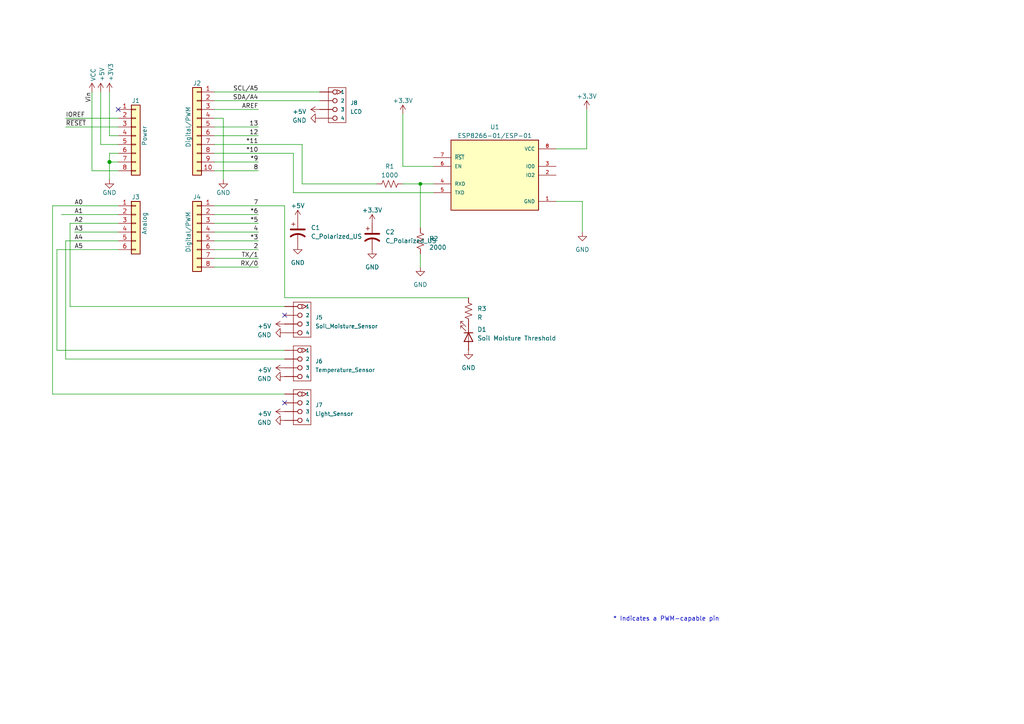
<source format=kicad_sch>
(kicad_sch (version 20230121) (generator eeschema)
  (paper "A4")
  (title_block (date "mar. 31 mars 2015"))
  (lib_symbols
    (symbol "+5V_1" (power) (pin_names (offset 0))
      (property "Value" "+5V_1" (at 0 3.556 0))
      (symbol "+5V_1_0_1"
        (polyline (pts (xy -0.762 1.27) (xy 0 2.54)))
        (polyline (pts (xy 0 0) (xy 0 2.54)))
        (polyline (pts (xy 0 2.54) (xy 0.762 1.27)))
      )
      (symbol "+5V_1_1_1"
        (pin power_in line (at 0 0 90) (length 0) hide (name "+5V") (number "1"))
      )
    )
    (symbol "Connector_Generic:Conn_01x06" (pin_names (offset 1.016) hide)
      (property "Reference" "J" (at 0 7.62 0))
      (property "Value" "Conn_01x06" (at 0 -10.16 0))
      (symbol "Conn_01x06_1_1"
        (rectangle (start -1.27 -7.493) (end 0 -7.747) (stroke (width 0.1524)))
        (rectangle (start -1.27 -4.953) (end 0 -5.207) (stroke (width 0.1524)))
        (rectangle (start -1.27 -2.413) (end 0 -2.667) (stroke (width 0.1524)))
        (rectangle (start -1.27 0.127) (end 0 -0.127) (stroke (width 0.1524)))
        (rectangle (start -1.27 2.667) (end 0 2.413) (stroke (width 0.1524)))
        (rectangle (start -1.27 5.207) (end 0 4.953) (stroke (width 0.1524)))
        (rectangle (start -1.27 6.35) (end 1.27 -8.89) (stroke (width 0.254)) (fill (type background)))
        (pin passive line (at -5.08 5.08 0) (length 3.81) (name "Pin_1") (number "1"))
        (pin passive line (at -5.08 2.54 0) (length 3.81) (name "Pin_2") (number "2"))
        (pin passive line (at -5.08 0 0) (length 3.81) (name "Pin_3") (number "3"))
        (pin passive line (at -5.08 -2.54 0) (length 3.81) (name "Pin_4") (number "4"))
        (pin passive line (at -5.08 -5.08 0) (length 3.81) (name "Pin_5") (number "5"))
        (pin passive line (at -5.08 -7.62 0) (length 3.81) (name "Pin_6") (number "6"))
      )
    )
    (symbol "Connector_Generic:Conn_01x08" (pin_names (offset 1.016) hide)
      (property "Reference" "J" (at 0 10.16 0))
      (property "Value" "Conn_01x08" (at 0 -12.7 0))
      (symbol "Conn_01x08_1_1"
        (rectangle (start -1.27 -10.033) (end 0 -10.287) (stroke (width 0.1524)))
        (rectangle (start -1.27 -7.493) (end 0 -7.747) (stroke (width 0.1524)))
        (rectangle (start -1.27 -4.953) (end 0 -5.207) (stroke (width 0.1524)))
        (rectangle (start -1.27 -2.413) (end 0 -2.667) (stroke (width 0.1524)))
        (rectangle (start -1.27 0.127) (end 0 -0.127) (stroke (width 0.1524)))
        (rectangle (start -1.27 2.667) (end 0 2.413) (stroke (width 0.1524)))
        (rectangle (start -1.27 5.207) (end 0 4.953) (stroke (width 0.1524)))
        (rectangle (start -1.27 7.747) (end 0 7.493) (stroke (width 0.1524)))
        (rectangle (start -1.27 8.89) (end 1.27 -11.43) (stroke (width 0.254)) (fill (type background)))
        (pin passive line (at -5.08 7.62 0) (length 3.81) (name "Pin_1") (number "1"))
        (pin passive line (at -5.08 5.08 0) (length 3.81) (name "Pin_2") (number "2"))
        (pin passive line (at -5.08 2.54 0) (length 3.81) (name "Pin_3") (number "3"))
        (pin passive line (at -5.08 0 0) (length 3.81) (name "Pin_4") (number "4"))
        (pin passive line (at -5.08 -2.54 0) (length 3.81) (name "Pin_5") (number "5"))
        (pin passive line (at -5.08 -5.08 0) (length 3.81) (name "Pin_6") (number "6"))
        (pin passive line (at -5.08 -7.62 0) (length 3.81) (name "Pin_7") (number "7"))
        (pin passive line (at -5.08 -10.16 0) (length 3.81) (name "Pin_8") (number "8"))
      )
    )
    (symbol "Connector_Generic:Conn_01x10" (pin_names (offset 1.016) hide)
      (property "Reference" "J" (at 0 12.7 0))
      (property "Value" "Conn_01x10" (at 0 -15.24 0))
      (symbol "Conn_01x10_1_1"
        (rectangle (start -1.27 -12.573) (end 0 -12.827) (stroke (width 0.1524)))
        (rectangle (start -1.27 -10.033) (end 0 -10.287) (stroke (width 0.1524)))
        (rectangle (start -1.27 -7.493) (end 0 -7.747) (stroke (width 0.1524)))
        (rectangle (start -1.27 -4.953) (end 0 -5.207) (stroke (width 0.1524)))
        (rectangle (start -1.27 -2.413) (end 0 -2.667) (stroke (width 0.1524)))
        (rectangle (start -1.27 0.127) (end 0 -0.127) (stroke (width 0.1524)))
        (rectangle (start -1.27 2.667) (end 0 2.413) (stroke (width 0.1524)))
        (rectangle (start -1.27 5.207) (end 0 4.953) (stroke (width 0.1524)))
        (rectangle (start -1.27 7.747) (end 0 7.493) (stroke (width 0.1524)))
        (rectangle (start -1.27 10.287) (end 0 10.033) (stroke (width 0.1524)))
        (rectangle (start -1.27 11.43) (end 1.27 -13.97) (stroke (width 0.254)) (fill (type background)))
        (pin passive line (at -5.08 10.16 0) (length 3.81) (name "Pin_1") (number "1"))
        (pin passive line (at -5.08 -12.7 0) (length 3.81) (name "Pin_10") (number "10"))
        (pin passive line (at -5.08 7.62 0) (length 3.81) (name "Pin_2") (number "2"))
        (pin passive line (at -5.08 5.08 0) (length 3.81) (name "Pin_3") (number "3"))
        (pin passive line (at -5.08 2.54 0) (length 3.81) (name "Pin_4") (number "4"))
        (pin passive line (at -5.08 0 0) (length 3.81) (name "Pin_5") (number "5"))
        (pin passive line (at -5.08 -2.54 0) (length 3.81) (name "Pin_6") (number "6"))
        (pin passive line (at -5.08 -5.08 0) (length 3.81) (name "Pin_7") (number "7"))
        (pin passive line (at -5.08 -7.62 0) (length 3.81) (name "Pin_8") (number "8"))
        (pin passive line (at -5.08 -10.16 0) (length 3.81) (name "Pin_9") (number "9"))
      )
    )
    (symbol "Device:C_Polarized_US" (pin_numbers hide) (pin_names (offset 0.254) hide)
      (property "Reference" "C" (at 0.635 2.54 0))
      (property "Value" "C_Polarized_US" (at 0.635 -2.54 0))
      (symbol "C_Polarized_US_0_1"
        (polyline (pts (xy -2.032 0.762) (xy 2.032 0.762)) (stroke (width 0.508)))
        (polyline (pts (xy -1.778 2.286) (xy -0.762 2.286)))
        (polyline (pts (xy -1.27 1.778) (xy -1.27 2.794)))
        (arc (start 2.032 -1.27) (mid 0 -0.5572) (end -2.032 -1.27) (stroke (width 0.508)))
      )
      (symbol "C_Polarized_US_1_1"
        (pin passive line (at 0 3.81 270) (length 2.794) (name "~") (number "1"))
        (pin passive line (at 0 -3.81 90) (length 3.302) (name "~") (number "2"))
      )
    )
    (symbol "Device:LED" (pin_numbers hide) (pin_names (offset 1.016) hide)
      (property "Reference" "D" (at 0 2.54 0))
      (property "Value" "LED" (at 0 -2.54 0))
      (symbol "LED_0_1"
        (polyline (pts (xy -1.27 -1.27) (xy -1.27 1.27)) (stroke (width 0.254)))
        (polyline (pts (xy -1.27 0) (xy 1.27 0)))
        (polyline (pts (xy 1.27 -1.27) (xy 1.27 1.27) (xy -1.27 0) (xy 1.27 -1.27)) (stroke (width 0.254)))
        (polyline (pts (xy -3.048 -0.762) (xy -4.572 -2.286) (xy -3.81 -2.286) (xy -4.572 -2.286) (xy -4.572 -1.524)))
        (polyline (pts (xy -1.778 -0.762) (xy -3.302 -2.286) (xy -2.54 -2.286) (xy -3.302 -2.286) (xy -3.302 -1.524)))
      )
      (symbol "LED_1_1"
        (pin passive line (at -3.81 0 0) (length 2.54) (name "K") (number "1"))
        (pin passive line (at 3.81 0 180) (length 2.54) (name "A") (number "2"))
      )
    )
    (symbol "Device:R_US" (pin_numbers hide) (pin_names (offset 0))
      (property "Reference" "R" (at 2.54 0 90))
      (property "Value" "R_US" (at -2.54 0 90))
      (symbol "R_US_0_1"
        (polyline (pts (xy 0 -2.286) (xy 0 -2.54)))
        (polyline (pts (xy 0 2.286) (xy 0 2.54)))
        (polyline (pts (xy 0 -0.762) (xy 1.016 -1.143) (xy 0 -1.524) (xy -1.016 -1.905) (xy 0 -2.286)))
        (polyline (pts (xy 0 0.762) (xy 1.016 0.381) (xy 0 0) (xy -1.016 -0.381) (xy 0 -0.762)))
        (polyline (pts (xy 0 2.286) (xy 1.016 1.905) (xy 0 1.524) (xy -1.016 1.143) (xy 0 0.762)))
      )
      (symbol "R_US_1_1"
        (pin passive line (at 0 3.81 270) (length 1.27) (name "~") (number "1"))
        (pin passive line (at 0 -3.81 90) (length 1.27) (name "~") (number "2"))
      )
    )
    (symbol "ESP8266-01_ESP-01:ESP8266-01{slash}ESP-01" (pin_names (offset 1.016))
      (property "Reference" "U" (at -12.7094 10.6778 0))
      (property "Value" "ESP8266-01{slash}ESP-01" (at -12.7131 -12.7131 0))
      (symbol "ESP8266-01{slash}ESP-01_0_0"
        (rectangle (start -12.7 -10.16) (end 12.7 10.16) (stroke (width 0.254)) (fill (type background)))
        (pin power_in line (at 17.78 -7.62 180) (length 5.08) (name "GND") (number "1"))
        (pin bidirectional line (at 17.78 0 180) (length 5.08) (name "IO2") (number "2"))
        (pin bidirectional line (at 17.78 2.54 180) (length 5.08) (name "IO0") (number "3"))
        (pin input line (at -17.78 -2.54 0) (length 5.08) (name "RXD") (number "4"))
        (pin output line (at -17.78 -5.08 0) (length 5.08) (name "TXD") (number "5"))
        (pin input line (at -17.78 2.54 0) (length 5.08) (name "EN") (number "6"))
        (pin input line (at -17.78 5.08 0) (length 5.08) (name "~{RST}") (number "7"))
        (pin power_in line (at 17.78 7.62 180) (length 5.08) (name "VCC") (number "8"))
      )
    )
    (symbol "GND_1" (power) (pin_names (offset 0))
      (property "Value" "GND_1" (at 0 -3.81 0))
      (symbol "GND_1_0_1"
        (polyline (pts (xy 0 0) (xy 0 -1.27) (xy 1.27 -1.27) (xy 0 -2.54) (xy -1.27 -1.27) (xy 0 -1.27)))
      )
      (symbol "GND_1_1_1"
        (pin power_in line (at 0 0 270) (length 0) hide (name "GND") (number "1"))
      )
    )
    (symbol "GND_2" (power) (pin_names (offset 0))
      (property "Value" "GND_2" (at 0 -3.81 0))
      (symbol "GND_2_0_1"
        (polyline (pts (xy 0 0) (xy 0 -1.27) (xy 1.27 -1.27) (xy 0 -2.54) (xy -1.27 -1.27) (xy 0 -1.27)))
      )
      (symbol "GND_2_1_1"
        (pin power_in line (at 0 0 270) (length 0) hide (name "GND") (number "1"))
      )
    )
    (symbol "GND_3" (power) (pin_names (offset 0))
      (property "Value" "GND_3" (at 0 -3.81 0))
      (symbol "GND_3_0_1"
        (polyline (pts (xy 0 0) (xy 0 -1.27) (xy 1.27 -1.27) (xy 0 -2.54) (xy -1.27 -1.27) (xy 0 -1.27)))
      )
      (symbol "GND_3_1_1"
        (pin power_in line (at 0 0 270) (length 0) hide (name "GND") (number "1"))
      )
    )
    (symbol "OPL_Connector:GROVE-CONNECTOR-DIP_4P-2.0_" (pin_numbers hide) (pin_names (offset 1.016))
      (property "Reference" "J" (at -6.35 6.35 0))
      (property "Value" "GROVE-CONNECTOR-DIP_4P-2.0_" (at 0 6.35 0))
      (symbol "GROVE-CONNECTOR-DIP_4P-2.0__1_0"
        (polyline (pts (xy -1.27 -5.08) (xy -1.27 5.08)))
        (polyline (pts (xy -1.27 5.08) (xy 3.81 5.08)))
        (polyline (pts (xy 3.81 -5.08) (xy -1.27 -5.08)))
        (polyline (pts (xy 3.81 5.08) (xy 3.81 -5.08)))
      )
      (symbol "GROVE-CONNECTOR-DIP_4P-2.0__1_1"
        (pin bidirectional inverted_clock (at -3.81 3.81 0) (length 5.08) (name "1") (number "1"))
        (pin bidirectional inverted (at -3.81 1.27 0) (length 5.08) (name "2") (number "2"))
        (pin bidirectional inverted (at -3.81 -1.27 0) (length 5.08) (name "3") (number "3"))
        (pin bidirectional inverted (at -3.81 -3.81 0) (length 5.08) (name "4") (number "4"))
      )
    )
    (symbol "power:+3.3V" (power) (pin_names (offset 0))
      (property "Value" "+3.3V" (at 0 3.556 0))
      (symbol "+3.3V_0_1"
        (polyline (pts (xy -0.762 1.27) (xy 0 2.54)))
        (polyline (pts (xy 0 0) (xy 0 2.54)))
        (polyline (pts (xy 0 2.54) (xy 0.762 1.27)))
      )
      (symbol "+3.3V_1_1"
        (pin power_in line (at 0 0 90) (length 0) hide (name "+3.3V") (number "1"))
      )
    )
    (symbol "power:+3V3" (power) (pin_names (offset 0))
      (property "Value" "+3V3" (at 0 3.556 0))
      (symbol "+3V3_0_1"
        (polyline (pts (xy -0.762 1.27) (xy 0 2.54)))
        (polyline (pts (xy 0 0) (xy 0 2.54)))
        (polyline (pts (xy 0 2.54) (xy 0.762 1.27)))
      )
      (symbol "+3V3_1_1"
        (pin power_in line (at 0 0 90) (length 0) hide (name "+3V3") (number "1"))
      )
    )
    (symbol "power:+5V" (power) (pin_names (offset 0))
      (property "Value" "+5V" (at 0 3.556 0))
      (symbol "+5V_0_1"
        (polyline (pts (xy -0.762 1.27) (xy 0 2.54)))
        (polyline (pts (xy 0 0) (xy 0 2.54)))
        (polyline (pts (xy 0 2.54) (xy 0.762 1.27)))
      )
      (symbol "+5V_1_1"
        (pin power_in line (at 0 0 90) (length 0) hide (name "+5V") (number "1"))
      )
    )
    (symbol "power:GND" (power) (pin_names (offset 0))
      (property "Value" "GND" (at 0 -3.81 0))
      (symbol "GND_0_1"
        (polyline (pts (xy 0 0) (xy 0 -1.27) (xy 1.27 -1.27) (xy 0 -2.54) (xy -1.27 -1.27) (xy 0 -1.27)))
      )
      (symbol "GND_1_1"
        (pin power_in line (at 0 0 270) (length 0) hide (name "GND") (number "1"))
      )
    )
    (symbol "power:VCC" (power) (pin_names (offset 0))
      (property "Value" "VCC" (at 0 3.81 0))
      (symbol "VCC_0_1"
        (polyline (pts (xy -0.762 1.27) (xy 0 2.54)))
        (polyline (pts (xy 0 0) (xy 0 2.54)))
        (polyline (pts (xy 0 2.54) (xy 0.762 1.27)))
      )
      (symbol "VCC_1_1"
        (pin power_in line (at 0 0 90) (length 0) hide (name "VCC") (number "1"))
      )
    )
  )
  (junction (at 31.75 46.99) (diameter 1.016))
  (junction (at 121.92 53.34))
  (no_connect (at 82.55 91.44))
  (no_connect (at 82.55 116.84))
  (no_connect (at 34.29 31.75))
  (wire (pts (xy 62.23 77.47) (xy 74.93 77.47)))
  (wire (pts (xy 82.55 88.9) (xy 20.32 88.9)))
  (wire (pts (xy 62.23 44.45) (xy 85.09 44.45)))
  (wire (pts (xy 62.23 26.67) (xy 92.71 26.67)))
  (wire (pts (xy 15.24 114.3) (xy 15.24 59.69)))
  (wire (pts (xy 31.75 44.45) (xy 31.75 46.99)))
  (wire (pts (xy 16.51 101.6) (xy 16.51 72.39)))
  (wire (pts (xy 85.09 55.88) (xy 85.09 44.45)))
  (wire (pts (xy 125.73 48.26) (xy 116.84 48.26)))
  (wire (pts (xy 31.75 46.99) (xy 31.75 52.07)))
  (wire (pts (xy 121.92 53.34) (xy 125.73 53.34)))
  (wire (pts (xy 121.92 53.34) (xy 121.92 66.04)))
  (wire (pts (xy 170.18 43.18) (xy 170.18 31.75)))
  (wire (pts (xy 31.75 39.37) (xy 34.29 39.37)))
  (wire (pts (xy 29.21 41.91) (xy 34.29 41.91)))
  (wire (pts (xy 15.24 59.69) (xy 34.29 59.69)))
  (wire (pts (xy 29.21 26.67) (xy 29.21 41.91)))
  (wire (pts (xy 82.55 59.69) (xy 82.55 86.36)))
  (wire (pts (xy 62.23 36.83) (xy 74.93 36.83)))
  (wire (pts (xy 31.75 26.67) (xy 31.75 39.37)))
  (wire (pts (xy 62.23 59.69) (xy 82.55 59.69)))
  (wire (pts (xy 62.23 39.37) (xy 74.93 39.37)))
  (wire (pts (xy 62.23 62.23) (xy 74.93 62.23)))
  (wire (pts (xy 16.51 72.39) (xy 34.29 72.39)))
  (wire (pts (xy 62.23 46.99) (xy 74.93 46.99)))
  (wire (pts (xy 19.05 104.14) (xy 19.05 69.85)))
  (wire (pts (xy 62.23 67.31) (xy 74.93 67.31)))
  (wire (pts (xy 17.78 62.23) (xy 34.29 62.23)))
  (wire (pts (xy 19.05 34.29) (xy 34.29 34.29)))
  (wire (pts (xy 82.55 104.14) (xy 19.05 104.14)))
  (wire (pts (xy 121.92 73.66) (xy 121.92 77.47)))
  (wire (pts (xy 20.32 88.9) (xy 20.32 64.77)))
  (wire (pts (xy 64.77 34.29) (xy 64.77 52.07)))
  (wire (pts (xy 62.23 31.75) (xy 74.93 31.75)))
  (wire (pts (xy 20.32 64.77) (xy 34.29 64.77)))
  (wire (pts (xy 19.05 36.83) (xy 34.29 36.83)))
  (wire (pts (xy 82.55 101.6) (xy 16.51 101.6)))
  (wire (pts (xy 34.29 46.99) (xy 31.75 46.99)))
  (wire (pts (xy 168.91 58.42) (xy 168.91 67.31)))
  (wire (pts (xy 34.29 49.53) (xy 26.67 49.53)))
  (wire (pts (xy 109.22 53.34) (xy 87.63 53.34)))
  (wire (pts (xy 116.84 48.26) (xy 116.84 33.02)))
  (wire (pts (xy 62.23 34.29) (xy 64.77 34.29)))
  (wire (pts (xy 87.63 53.34) (xy 87.63 41.91)))
  (wire (pts (xy 34.29 44.45) (xy 31.75 44.45)))
  (wire (pts (xy 62.23 41.91) (xy 87.63 41.91)))
  (wire (pts (xy 62.23 64.77) (xy 74.93 64.77)))
  (wire (pts (xy 21.59 67.31) (xy 34.29 67.31)))
  (wire (pts (xy 116.84 53.34) (xy 121.92 53.34)))
  (wire (pts (xy 82.55 86.36) (xy 135.89 86.36)))
  (wire (pts (xy 161.29 58.42) (xy 168.91 58.42)))
  (wire (pts (xy 62.23 29.21) (xy 92.71 29.21)))
  (wire (pts (xy 125.73 55.88) (xy 85.09 55.88)))
  (wire (pts (xy 62.23 72.39) (xy 74.93 72.39)))
  (wire (pts (xy 62.23 69.85) (xy 74.93 69.85)))
  (wire (pts (xy 62.23 74.93) (xy 74.93 74.93)))
  (wire (pts (xy 26.67 49.53) (xy 26.67 26.67)))
  (wire (pts (xy 161.29 43.18) (xy 170.18 43.18)))
  (wire (pts (xy 19.05 69.85) (xy 34.29 69.85)))
  (wire (pts (xy 62.23 49.53) (xy 74.93 49.53)))
  (wire (pts (xy 82.55 114.3) (xy 15.24 114.3)))
  (text "* Indicates a PWM-capable pin" (at 177.8 180.34 0) (effects (font (size 1.27 1.27)) (justify left bottom)))
  (label "RX{slash}0" (at 74.93 77.47 180))
  (label "A2" (at 21.59 64.77 0))
  (label "4" (at 74.93 67.31 180))
  (label "2" (at 74.93 72.39 180))
  (label "A3" (at 21.59 67.31 0))
  (label "13" (at 74.93 36.83 180))
  (label "12" (at 74.93 39.37 180))
  (label "~{RESET}" (at 19.05 36.83 0))
  (label "*10" (at 74.93 44.45 180))
  (label "7" (at 74.93 59.69 180))
  (label "SDA{slash}A4" (at 74.93 29.21 180))
  (label "8" (at 74.93 49.53 180))
  (label "*11" (at 74.93 41.91 180))
  (label "*3" (at 74.93 69.85 180))
  (label "A1" (at 21.59 62.23 0))
  (label "TX{slash}1" (at 74.93 74.93 180))
  (label "A0" (at 21.59 59.69 0))
  (label "AREF" (at 74.93 31.75 180))
  (label "Vin" (at 26.67 26.67 270))
  (label "*6" (at 74.93 62.23 180))
  (label "SCL{slash}A5" (at 74.93 26.67 180))
  (label "*9" (at 74.93 46.99 180))
  (label "*5" (at 74.93 64.77 180))
  (label "IOREF" (at 19.05 34.29 0))
  (label "A4" (at 21.59 69.85 0))
  (label "A5" (at 21.59 72.39 0))
  (symbol (lib_id "Connector_Generic:Conn_01x08") (at 39.37 39.37 0) (unit 1)
    (property "Reference" "J1" (at 39.37 29.21 0))
    (property "Value" "Power" (at 41.91 39.37 90))
    (property "Footprint" "Connector_PinSocket_2.54mm:PinSocket_1x08_P2.54mm_Vertical" (effects hide))
  )
  (symbol (lib_id "power:+3V3") (at 31.75 26.67 0) (unit 1)
    (property "Reference" "#PWR03" (effects hide))
    (property "Value" "+3.3V" (at 32.131 23.622 90) (effects (justify left)))
  )
  (symbol (lib_id "power:+5V") (at 29.21 26.67 0) (unit 1)
    (property "Reference" "#PWR02" (effects hide))
    (property "Value" "+5V" (at 29.5656 23.622 90) (effects (justify left)))
  )
  (symbol (lib_id "power:GND") (at 31.75 52.07 0) (unit 1)
    (property "Reference" "#PWR04" (effects hide))
    (property "Value" "GND" (at 31.75 55.88 0))
  )
  (symbol (lib_id "Connector_Generic:Conn_01x10") (at 57.15 36.83 0) (mirror y) (unit 1)
    (property "Reference" "J2" (at 57.15 24.13 0))
    (property "Value" "Digital/PWM" (at 54.61 36.83 90))
    (property "Footprint" "Connector_PinSocket_2.54mm:PinSocket_1x10_P2.54mm_Vertical" (effects hide))
  )
  (symbol (lib_id "power:GND") (at 64.77 52.07 0) (unit 1)
    (property "Reference" "#PWR05" (effects hide))
    (property "Value" "GND" (at 64.77 55.88 0))
  )
  (symbol (lib_id "Connector_Generic:Conn_01x06") (at 39.37 64.77 0) (unit 1)
    (property "Reference" "J3" (at 39.37 57.15 0))
    (property "Value" "Analog" (at 41.91 64.77 90))
    (property "Footprint" "Connector_PinSocket_2.54mm:PinSocket_1x06_P2.54mm_Vertical" (effects hide))
  )
  (symbol (lib_id "Connector_Generic:Conn_01x08") (at 57.15 67.31 0) (mirror y) (unit 1)
    (property "Reference" "J4" (at 57.15 57.15 0))
    (property "Value" "Digital/PWM" (at 54.61 67.31 90))
    (property "Footprint" "Connector_PinSocket_2.54mm:PinSocket_1x08_P2.54mm_Vertical" (effects hide))
  )
  (symbol (lib_name "+5V_1") (lib_id "power:+5V") (at 82.55 106.68 90) (unit 1)
    (property "Reference" "#PWR016" (effects hide))
    (property "Value" "+5V" (at 78.74 107.315 90) (effects (justify left)))
  )
  (symbol (lib_name "GND_1") (lib_id "power:GND") (at 86.36 71.12 0) (unit 1)
    (property "Reference" "#PWR07" (effects hide))
    (property "Value" "GND" (at 86.36 76.2 0))
  )
  (symbol (lib_name "+5V_1") (lib_id "power:+5V") (at 92.71 31.75 90) (unit 1)
    (property "Reference" "#PWR022" (effects hide))
    (property "Value" "+5V" (at 88.9 32.385 90) (effects (justify left)))
  )
  (symbol (lib_id "OPL_Connector:GROVE-CONNECTOR-DIP_4P-2.0_") (at 86.36 118.11 0) (unit 1)
    (property "Reference" "J7" (at 91.44 117.475 0) (effects (font (size 1.143 1.143)) (justify left)))
    (property "Value" "Light_Sensor" (at 91.44 120.015 0) (effects (font (size 1.143 1.143)) (justify left)))
    (property "Footprint" "OPL_Connector:HW4-2.0" (effects hide))
    (property "SKU" "320110033" (effects hide))
  )
  (symbol (lib_name "GND_3") (lib_id "power:GND") (at 135.89 101.6 0) (unit 1)
    (property "Reference" "#PWR020" (effects hide))
    (property "Value" "GND" (at 135.89 106.68 0))
  )
  (symbol (lib_id "OPL_Connector:GROVE-CONNECTOR-DIP_4P-2.0_") (at 96.52 30.48 0) (unit 1)
    (property "Reference" "J8" (at 101.6 29.845 0) (effects (font (size 1.143 1.143)) (justify left)))
    (property "Value" "LCD" (at 101.6 32.385 0) (effects (font (size 1.143 1.143)) (justify left)))
    (property "Footprint" "OPL_Connector:HW4-2.0" (effects hide))
    (property "SKU" "320110033" (effects hide))
  )
  (symbol (lib_name "GND_1") (lib_id "power:GND") (at 107.95 72.39 0) (unit 1)
    (property "Reference" "#PWR019" (effects hide))
    (property "Value" "GND" (at 107.95 77.47 0))
  )
  (symbol (lib_name "GND_3") (lib_id "power:GND") (at 121.92 77.47 0) (unit 1)
    (property "Reference" "#PWR011" (effects hide))
    (property "Value" "GND" (at 121.92 82.55 0))
  )
  (symbol (lib_name "GND_1") (lib_id "power:GND") (at 82.55 121.92 270) (unit 1)
    (property "Reference" "#PWR014" (effects hide))
    (property "Value" "GND" (at 78.74 122.555 90) (effects (justify right)))
  )
  (symbol (lib_id "Device:R_US") (at 121.92 69.85 0) (unit 1)
    (property "Reference" "R2" (at 124.46 69.215 0) (effects (justify left)))
    (property "Value" "2000" (at 124.46 71.755 0) (effects (justify left)))
    (property "Footprint" "Resistor_THT:R_Axial_DIN0207_L6.3mm_D2.5mm_P10.16mm_Horizontal" (effects hide))
  )
  (symbol (lib_id "power:+3.3V") (at 116.84 33.02 0) (unit 1)
    (property "Reference" "#PWR08" (effects hide))
    (property "Value" "+3.3V" (at 116.84 29.21 0))
  )
  (symbol (lib_name "GND_1") (lib_id "power:GND") (at 82.55 109.22 270) (unit 1)
    (property "Reference" "#PWR013" (effects hide))
    (property "Value" "GND" (at 78.74 109.855 90) (effects (justify right)))
  )
  (symbol (lib_id "power:VCC") (at 26.67 26.67 0) (unit 1)
    (property "Reference" "#PWR01" (effects hide))
    (property "Value" "VCC" (at 27.051 23.622 90) (effects (justify left)))
  )
  (symbol (lib_id "OPL_Connector:GROVE-CONNECTOR-DIP_4P-2.0_") (at 86.36 105.41 0) (unit 1)
    (property "Reference" "J6" (at 91.44 104.775 0) (effects (font (size 1.143 1.143)) (justify left)))
    (property "Value" "Temperature_Sensor" (at 91.44 107.315 0) (effects (font (size 1.143 1.143)) (justify left)))
    (property "Footprint" "OPL_Connector:HW4-2.0" (effects hide))
    (property "SKU" "320110033" (effects hide))
  )
  (symbol (lib_name "GND_1") (lib_id "power:GND") (at 82.55 96.52 270) (unit 1)
    (property "Reference" "#PWR012" (effects hide))
    (property "Value" "GND" (at 78.74 97.155 90) (effects (justify right)))
  )
  (symbol (lib_id "power:+3.3V") (at 170.18 31.75 0) (unit 1)
    (property "Reference" "#PWR09" (effects hide))
    (property "Value" "+3.3V" (at 170.18 27.94 0))
  )
  (symbol (lib_name "+5V_1") (lib_id "power:+5V") (at 82.55 119.38 90) (unit 1)
    (property "Reference" "#PWR017" (effects hide))
    (property "Value" "+5V" (at 78.74 120.015 90) (effects (justify left)))
  )
  (symbol (lib_id "power:+3.3V") (at 107.95 64.77 0) (unit 1)
    (property "Reference" "#PWR018" (effects hide))
    (property "Value" "+3.3V" (at 107.95 60.96 0))
  )
  (symbol (lib_name "GND_2") (lib_id "power:GND") (at 168.91 67.31 0) (unit 1)
    (property "Reference" "#PWR010" (effects hide))
    (property "Value" "GND" (at 168.91 72.39 0))
  )
  (symbol (lib_name "GND_1") (lib_id "power:GND") (at 92.71 34.29 270) (unit 1)
    (property "Reference" "#PWR021" (effects hide))
    (property "Value" "GND" (at 88.9 34.925 90) (effects (justify right)))
  )
  (symbol (lib_name "+5V_1") (lib_id "power:+5V") (at 86.36 63.5 0) (unit 1)
    (property "Reference" "#PWR06" (effects hide))
    (property "Value" "+5V" (at 86.36 59.69 0))
  )
  (symbol (lib_id "OPL_Connector:GROVE-CONNECTOR-DIP_4P-2.0_") (at 86.36 92.71 0) (unit 1)
    (property "Reference" "J5" (at 91.44 92.075 0) (effects (font (size 1.143 1.143)) (justify left)))
    (property "Value" "Soil_Moisture_Sensor" (at 91.44 94.615 0) (effects (font (size 1.143 1.143)) (justify left)))
    (property "Footprint" "OPL_Connector:HW4-2.0" (effects hide))
    (property "SKU" "320110033" (effects hide))
  )
  (symbol (lib_id "Device:C_Polarized_US") (at 86.36 67.31 0) (unit 1)
    (property "Reference" "C1" (at 90.17 66.04 0) (effects (justify left)))
    (property "Value" "C_Polarized_US" (at 90.17 68.58 0) (effects (justify left)))
    (property "Footprint" "Capacitor_THT:CP_Radial_D6.3mm_P2.50mm" (effects hide))
  )
  (symbol (lib_id "ESP8266-01_ESP-01:ESP8266-01{slash}ESP-01") (at 143.51 50.8 0) (unit 1)
    (property "Reference" "U1" (at 143.51 36.83 0))
    (property "Value" "ESP8266-01/ESP-01" (at 143.51 39.37 0))
    (property "Footprint" "ESP8266-01_ESP-01:XCVR_ESP8266-01_ESP-01" (effects hide))
    (property "MAXIMUM_PACKAGE_HEIGHT" "11.2 mm" (effects hide))
    (property "PARTREV" "V1.2" (effects hide))
    (property "STANDARD" "Manufacturer recommendations or IPC 7351B" (effects hide))
    (property "MANUFACTURER" "AI-Thinker" (effects hide))
  )
  (symbol (lib_id "Device:C_Polarized_US") (at 107.95 68.58 0) (unit 1)
    (property "Reference" "C2" (at 111.76 67.31 0) (effects (justify left)))
    (property "Value" "C_Polarized_US" (at 111.76 69.85 0) (effects (justify left)))
    (property "Footprint" "Capacitor_THT:CP_Radial_D6.3mm_P2.50mm" (effects hide))
  )
  (symbol (lib_name "+5V_1") (lib_id "power:+5V") (at 82.55 93.98 90) (unit 1)
    (property "Reference" "#PWR015" (effects hide))
    (property "Value" "+5V" (at 78.74 94.615 90) (effects (justify left)))
  )
  (symbol (lib_id "Device:R_US") (at 113.03 53.34 90) (unit 1)
    (property "Reference" "R1" (at 113.03 48.26 90))
    (property "Value" "1000" (at 113.03 50.8 90))
    (property "Footprint" "Resistor_THT:R_Axial_DIN0207_L6.3mm_D2.5mm_P10.16mm_Horizontal" (effects hide))
  )
  (symbol (lib_id "Device:LED") (at 135.89 97.79 270) (unit 1)
    (property "Reference" "D1" (at 138.43 95.5675 90) (effects (justify left)))
    (property "Value" "Soil Moisture Threshold" (at 138.43 98.1075 90) (effects (justify left)))
    (property "Footprint" "LED_THT:LED_D5.0mm" (effects hide))
  )
  (symbol (lib_id "Device:R_US") (at 135.89 90.17 0) (unit 1)
    (property "Reference" "R3" (at 138.43 89.535 0) (effects (justify left)))
    (property "Value" "R" (at 138.43 92.075 0) (effects (justify left)))
    (property "Footprint" "Resistor_THT:R_Axial_DIN0207_L6.3mm_D2.5mm_P10.16mm_Horizontal" (effects hide))
  )
)
</source>
